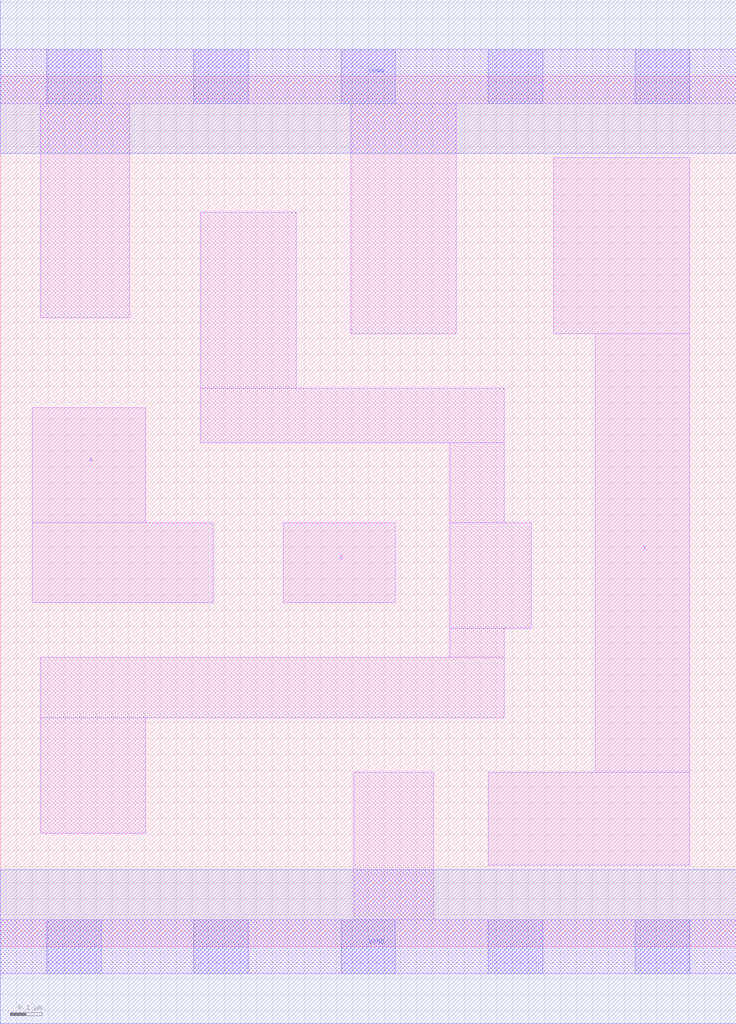
<source format=lef>
# Copyright 2020 The SkyWater PDK Authors
#
# Licensed under the Apache License, Version 2.0 (the "License");
# you may not use this file except in compliance with the License.
# You may obtain a copy of the License at
#
#     https://www.apache.org/licenses/LICENSE-2.0
#
# Unless required by applicable law or agreed to in writing, software
# distributed under the License is distributed on an "AS IS" BASIS,
# WITHOUT WARRANTIES OR CONDITIONS OF ANY KIND, either express or implied.
# See the License for the specific language governing permissions and
# limitations under the License.
#
# SPDX-License-Identifier: Apache-2.0

VERSION 5.7 ;
  NAMESCASESENSITIVE ON ;
  NOWIREEXTENSIONATPIN ON ;
  DIVIDERCHAR "/" ;
  BUSBITCHARS "[]" ;
UNITS
  DATABASE MICRONS 200 ;
END UNITS
PROPERTYDEFINITIONS
  MACRO maskLayoutSubType STRING ;
  MACRO prCellType STRING ;
  MACRO originalViewName STRING ;
END PROPERTYDEFINITIONS
MACRO sky130_fd_sc_hdll__and2_1
  CLASS CORE ;
  FOREIGN sky130_fd_sc_hdll__and2_1 ;
  ORIGIN  0.000000  0.000000 ;
  SIZE  2.300000 BY  2.720000 ;
  SYMMETRY X Y R90 ;
  SITE unithd ;
  PIN A
    ANTENNAGATEAREA  0.138600 ;
    DIRECTION INPUT ;
    USE SIGNAL ;
    PORT
      LAYER li1 ;
        RECT 0.100000 1.075000 0.665000 1.325000 ;
        RECT 0.100000 1.325000 0.455000 1.685000 ;
    END
  END A
  PIN B
    ANTENNAGATEAREA  0.138600 ;
    DIRECTION INPUT ;
    USE SIGNAL ;
    PORT
      LAYER li1 ;
        RECT 0.885000 1.075000 1.235000 1.325000 ;
    END
  END B
  PIN VGND
    ANTENNADIFFAREA  0.240600 ;
    DIRECTION INOUT ;
    USE SIGNAL ;
    PORT
      LAYER met1 ;
        RECT 0.000000 -0.240000 2.300000 0.240000 ;
    END
  END VGND
  PIN VPWR
    ANTENNADIFFAREA  0.445650 ;
    DIRECTION INOUT ;
    USE SIGNAL ;
    PORT
      LAYER met1 ;
        RECT 0.000000 2.480000 2.300000 2.960000 ;
    END
  END VPWR
  PIN X
    ANTENNADIFFAREA  0.757250 ;
    DIRECTION OUTPUT ;
    USE SIGNAL ;
    PORT
      LAYER li1 ;
        RECT 1.525000 0.255000 2.155000 0.545000 ;
        RECT 1.730000 1.915000 2.155000 2.465000 ;
        RECT 1.860000 0.545000 2.155000 1.915000 ;
    END
  END X
  OBS
    LAYER li1 ;
      RECT 0.000000 -0.085000 2.300000 0.085000 ;
      RECT 0.000000  2.635000 2.300000 2.805000 ;
      RECT 0.125000  0.355000 0.455000 0.715000 ;
      RECT 0.125000  0.715000 1.575000 0.905000 ;
      RECT 0.125000  1.965000 0.405000 2.635000 ;
      RECT 0.625000  1.575000 1.575000 1.745000 ;
      RECT 0.625000  1.745000 0.925000 2.295000 ;
      RECT 1.095000  1.915000 1.425000 2.635000 ;
      RECT 1.105000  0.085000 1.355000 0.545000 ;
      RECT 1.405000  0.905000 1.575000 0.995000 ;
      RECT 1.405000  0.995000 1.660000 1.325000 ;
      RECT 1.405000  1.325000 1.575000 1.575000 ;
    LAYER mcon ;
      RECT 0.145000 -0.085000 0.315000 0.085000 ;
      RECT 0.145000  2.635000 0.315000 2.805000 ;
      RECT 0.605000 -0.085000 0.775000 0.085000 ;
      RECT 0.605000  2.635000 0.775000 2.805000 ;
      RECT 1.065000 -0.085000 1.235000 0.085000 ;
      RECT 1.065000  2.635000 1.235000 2.805000 ;
      RECT 1.525000 -0.085000 1.695000 0.085000 ;
      RECT 1.525000  2.635000 1.695000 2.805000 ;
      RECT 1.985000 -0.085000 2.155000 0.085000 ;
      RECT 1.985000  2.635000 2.155000 2.805000 ;
  END
  PROPERTY maskLayoutSubType "abstract" ;
  PROPERTY prCellType "standard" ;
  PROPERTY originalViewName "layout" ;
END sky130_fd_sc_hdll__and2_1

</source>
